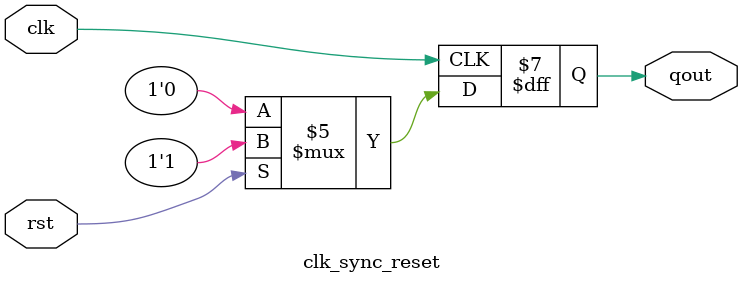
<source format=v>
module clk_sync_reset (
  input wire clk,
  input wire rst,
  output reg qout
  
);
   // Set initial value for simulation
  initial begin
    qout = 0; // Initial value of qout
  end

  always @ (posedge clk )
    begin
      if(!rst)
        qout<=0;
      else
        qout<=1;
    end
endmodule

</source>
